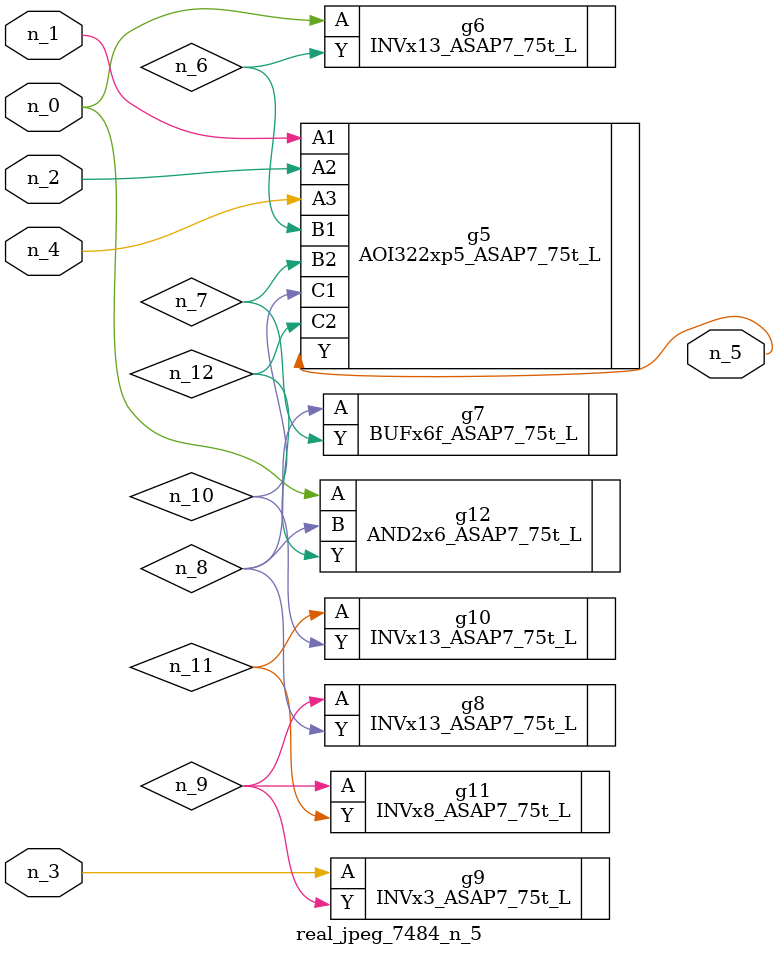
<source format=v>
module real_jpeg_7484_n_5 (n_4, n_0, n_1, n_2, n_3, n_5);

input n_4;
input n_0;
input n_1;
input n_2;
input n_3;

output n_5;

wire n_12;
wire n_8;
wire n_11;
wire n_6;
wire n_7;
wire n_10;
wire n_9;

INVx13_ASAP7_75t_L g6 ( 
.A(n_0),
.Y(n_6)
);

AND2x6_ASAP7_75t_L g12 ( 
.A(n_0),
.B(n_8),
.Y(n_12)
);

AOI322xp5_ASAP7_75t_L g5 ( 
.A1(n_1),
.A2(n_2),
.A3(n_4),
.B1(n_6),
.B2(n_7),
.C1(n_10),
.C2(n_12),
.Y(n_5)
);

INVx3_ASAP7_75t_L g9 ( 
.A(n_3),
.Y(n_9)
);

BUFx6f_ASAP7_75t_L g7 ( 
.A(n_8),
.Y(n_7)
);

INVx13_ASAP7_75t_L g8 ( 
.A(n_9),
.Y(n_8)
);

INVx8_ASAP7_75t_L g11 ( 
.A(n_9),
.Y(n_11)
);

INVx13_ASAP7_75t_L g10 ( 
.A(n_11),
.Y(n_10)
);


endmodule
</source>
